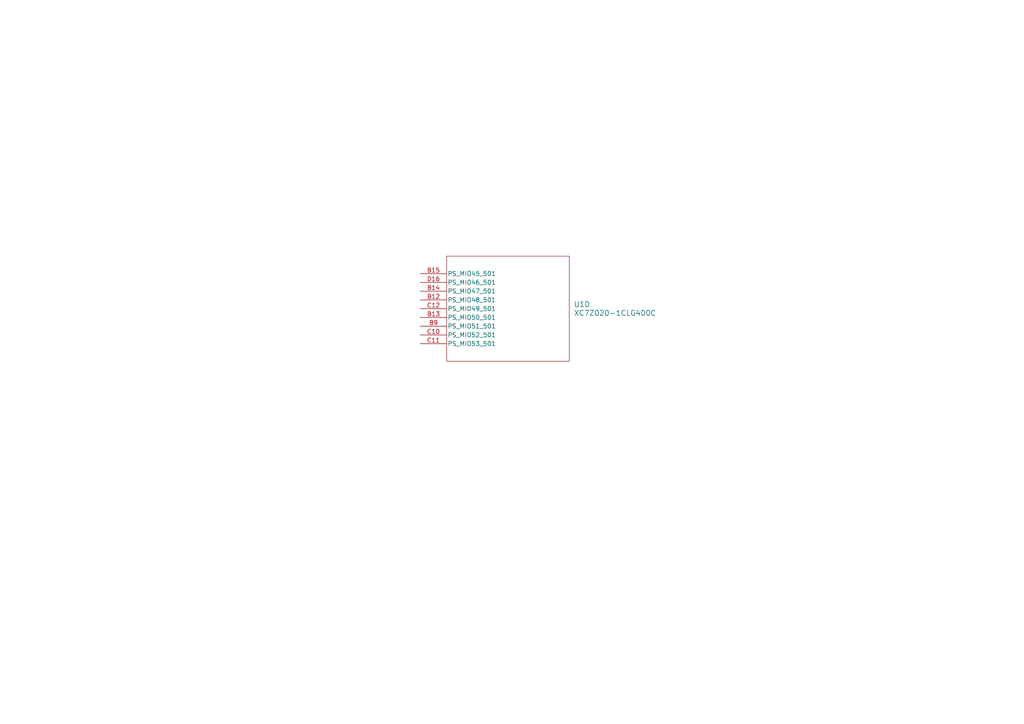
<source format=kicad_sch>
(kicad_sch (version 20231120) (generator "eeschema") (generator_version "8.0")
  (paper "A4")
  (lib_symbols
    (symbol "ZYNC-7020/XC7Z020-1CLG400C:XC7Z020-1CLG400C" (pin_names (offset 0.254))
      (property "Reference" "U" (at 43.18 10.16 0))
      (property "Value" "XC7Z020-1CLG400C" (at 43.18 7.62 0))
      (symbol "XC7Z020-1CLG400C_1_1"
        (polyline (pts (xy 7.62 -91.44) (xy 78.74 -91.44)) (stroke (width 0.127)))
        (polyline (pts (xy 7.62 5.08) (xy 7.62 -91.44)) (stroke (width 0.127)))
        (polyline (pts (xy 78.74 -91.44) (xy 78.74 5.08)) (stroke (width 0.127)))
        (polyline (pts (xy 78.74 5.08) (xy 7.62 5.08)) (stroke (width 0.127)))
        (pin output line (at 86.36 -58.42 180) (length 7.62) (name "PS_DDR_DM0_502") (number "A1"))
        (pin input line (at 0 -12.7 0) (length 7.62) (name "PS_SRST_B_501") (number "B10"))
        (pin output line (at 86.36 -68.58 180) (length 7.62) (name "PS_DDR_DRST_B_502") (number "B4"))
        (pin input line (at 0 -10.16 0) (length 7.62) (name "PS_POR_B_500") (number "C7"))
        (pin output line (at 86.36 -33.02 180) (length 7.62) (name "PS_DDR_A13_502") (number "D4"))
        (pin output line (at 86.36 -30.48 180) (length 7.62) (name "PS_DDR_A12_502") (number "E4"))
        (pin input line (at 0 -7.62 0) (length 7.62) (name "PS_CLK_500") (number "E7"))
        (pin output line (at 86.36 -60.96 180) (length 7.62) (name "PS_DDR_DM1_502") (number "F1"))
        (pin output line (at 86.36 -35.56 180) (length 7.62) (name "PS_DDR_A14_502") (number "F4"))
        (pin output line (at 86.36 -25.4 180) (length 7.62) (name "PS_DDR_A10_502") (number "F5"))
        (pin output line (at 86.36 -86.36 180) (length 7.62) (name "TDO_0") (number "F6"))
        (pin input line (at 0 -15.24 0) (length 7.62) (name "TCK_0") (number "F9"))
        (pin bidirectional line (at 0 -43.18 0) (length 7.62) (name "IO_0_35") (number "G14"))
        (pin output line (at 86.36 -27.94 180) (length 7.62) (name "PS_DDR_A11_502") (number "G4"))
        (pin output line (at 86.36 -76.2 180) (length 7.62) (name "PS_DDR_VRN_502") (number "G5"))
        (pin input line (at 0 -17.78 0) (length 7.62) (name "TDI_0") (number "G6"))
        (pin output line (at 86.36 -78.74 180) (length 7.62) (name "PS_DDR_VRP_502") (number "H5"))
        (pin bidirectional line (at 0 -50.8 0) (length 7.62) (name "IO_25_35") (number "J15"))
        (pin output line (at 86.36 -22.86 180) (length 7.62) (name "PS_DDR_A9_502") (number "J4"))
        (pin output line (at 86.36 -43.18 180) (length 7.62) (name "PS_DDR_BA2_502") (number "J5"))
        (pin input line (at 0 -20.32 0) (length 7.62) (name "TMS_0") (number "J6"))
        (pin output line (at 86.36 -20.32 180) (length 7.62) (name "PS_DDR_A8_502") (number "K1"))
        (pin output line (at 86.36 -2.54 180) (length 7.62) (name "PS_DDR_A1_502") (number "K2"))
        (pin output line (at 86.36 -7.62 180) (length 7.62) (name "PS_DDR_A3_502") (number "K3"))
        (pin output line (at 86.36 -17.78 180) (length 7.62) (name "PS_DDR_A7_502") (number "K4"))
        (pin input line (at 0 -25.4 0) (length 7.62) (name "VP_0") (number "K9"))
        (pin output line (at 86.36 -12.7 180) (length 7.62) (name "PS_DDR_A5_502") (number "L1"))
        (pin input line (at 0 -22.86 0) (length 7.62) (name "VN_0") (number "L10"))
        (pin output line (at 86.36 -53.34 180) (length 7.62) (name "PS_DDR_CKP_502") (number "L2"))
        (pin output line (at 86.36 -15.24 180) (length 7.62) (name "PS_DDR_A6_502") (number "L4"))
        (pin output line (at 86.36 -38.1 180) (length 7.62) (name "PS_DDR_BA0_502") (number "L5"))
        (pin input line (at 0 -5.08 0) (length 7.62) (name "PROGRAM_B_0") (number "L6"))
        (pin unspecified line (at 0 -33.02 0) (length 7.62) (name "DXN_0") (number "M10"))
        (pin output line (at 86.36 -50.8 180) (length 7.62) (name "PS_DDR_CKN_502") (number "M2"))
        (pin output line (at 86.36 -5.08 180) (length 7.62) (name "PS_DDR_A2_502") (number "M3"))
        (pin output line (at 86.36 -10.16 180) (length 7.62) (name "PS_DDR_A4_502") (number "M4"))
        (pin output line (at 86.36 -81.28 180) (length 7.62) (name "PS_DDR_WE_B_502") (number "M5"))
        (pin input line (at 0 0 0) (length 7.62) (name "CFGBVS_0") (number "M6"))
        (pin unspecified line (at 0 -35.56 0) (length 7.62) (name "DXP_0") (number "M9"))
        (pin output line (at 86.36 -55.88 180) (length 7.62) (name "PS_DDR_CS_B_502") (number "N1"))
        (pin output line (at 86.36 0 180) (length 7.62) (name "PS_DDR_A0_502") (number "N2"))
        (pin output line (at 86.36 -48.26 180) (length 7.62) (name "PS_DDR_CKE_502") (number "N3"))
        (pin output line (at 86.36 -71.12 180) (length 7.62) (name "PS_DDR_ODT_502") (number "N5"))
        (pin output line (at 86.36 -73.66 180) (length 7.62) (name "PS_DDR_RAS_B_502") (number "P4"))
        (pin output line (at 86.36 -45.72 180) (length 7.62) (name "PS_DDR_CAS_B_502") (number "P5"))
        (pin bidirectional line (at 0 -2.54 0) (length 7.62) (name "INIT_B_0") (number "R10"))
        (pin bidirectional line (at 0 -30.48 0) (length 7.62) (name "DONE_0") (number "R11"))
        (pin bidirectional line (at 0 -40.64 0) (length 7.62) (name "IO_0_34") (number "R19"))
        (pin output line (at 86.36 -40.64 180) (length 7.62) (name "PS_DDR_BA1_502") (number "R4"))
        (pin output line (at 86.36 -63.5 180) (length 7.62) (name "PS_DDR_DM2_502") (number "T1"))
        (pin bidirectional line (at 0 -48.26 0) (length 7.62) (name "IO_25_34") (number "T19"))
        (pin output line (at 86.36 -66.04 180) (length 7.62) (name "PS_DDR_DM3_502") (number "Y1"))
      )
      (symbol "XC7Z020-1CLG400C_2_1"
        (polyline (pts (xy 7.62 -129.54) (xy 114.3 -129.54)) (stroke (width 0.127)))
        (polyline (pts (xy 7.62 5.08) (xy 7.62 -129.54)) (stroke (width 0.127)))
        (polyline (pts (xy 114.3 -129.54) (xy 114.3 5.08)) (stroke (width 0.127)))
        (polyline (pts (xy 114.3 5.08) (xy 7.62 5.08)) (stroke (width 0.127)))
        (pin bidirectional line (at 121.92 -5.08 180) (length 7.62) (name "IO_L2N_T0_AD8N_35") (number "A20"))
        (pin bidirectional line (at 121.92 -7.62 180) (length 7.62) (name "IO_L2P_T0_AD8P_35") (number "B19"))
        (pin bidirectional line (at 121.92 0 180) (length 7.62) (name "IO_L1N_T0_AD0N_35") (number "B20"))
        (pin bidirectional line (at 121.92 -2.54 180) (length 7.62) (name "IO_L1P_T0_AD0P_35") (number "C20"))
        (pin bidirectional line (at 121.92 -10.16 180) (length 7.62) (name "IO_L3N_T0_DQS_AD1N_35") (number "D18"))
        (pin bidirectional line (at 0 -22.86 0) (length 7.62) (name "IO_L4P_T0_35") (number "D19"))
        (pin bidirectional line (at 0 -17.78 0) (length 7.62) (name "IO_L4N_T0_35") (number "D20"))
        (pin bidirectional line (at 121.92 -12.7 180) (length 7.62) (name "IO_L3P_T0_DQS_AD1P_35") (number "E17"))
        (pin bidirectional line (at 121.92 -17.78 180) (length 7.62) (name "IO_L5P_T0_AD9P_35") (number "E18"))
        (pin bidirectional line (at 121.92 -15.24 180) (length 7.62) (name "IO_L5N_T0_AD9N_35") (number "E19"))
        (pin bidirectional line (at 0 -33.02 0) (length 7.62) (name "IO_L6P_T0_35") (number "F16"))
        (pin bidirectional line (at 121.92 -48.26 180) (length 7.62) (name "IO_L15P_T2_DQS_AD12P_35") (number "F19"))
        (pin bidirectional line (at 121.92 -45.72 180) (length 7.62) (name "IO_L15N_T2_DQS_AD12N_35") (number "F20"))
        (pin bidirectional line (at 121.92 -88.9 180) (length 7.62) (name "IO_L16P_T2_35") (number "G17"))
        (pin bidirectional line (at 121.92 -81.28 180) (length 7.62) (name "IO_L16N_T2_35") (number "G18"))
        (pin bidirectional line (at 121.92 -58.42 180) (length 7.62) (name "IO_L18P_T2_AD13P_35") (number "G19"))
        (pin bidirectional line (at 121.92 -55.88 180) (length 7.62) (name "IO_L18N_T2_AD13N_35") (number "G20"))
        (pin bidirectional line (at 121.92 -116.84 180) (length 7.62) (name "IO_L19P_T3_35") (number "H15"))
        (pin bidirectional line (at 0 -99.06 0) (length 7.62) (name "IO_L13P_T2_MRCC_35") (number "H16"))
        (pin bidirectional line (at 0 -91.44 0) (length 7.62) (name "IO_L13N_T2_MRCC_35") (number "H17"))
        (pin bidirectional line (at 121.92 -40.64 180) (length 7.62) (name "IO_L14N_T2_AD4N_SRCC_35") (number "H18"))
        (pin bidirectional line (at 121.92 -50.8 180) (length 7.62) (name "IO_L17N_T2_AD5N_35") (number "H20"))
        (pin bidirectional line (at 121.92 -60.96 180) (length 7.62) (name "IO_L20N_T3_AD6N_35") (number "J14"))
        (pin bidirectional line (at 121.92 -76.2 180) (length 7.62) (name "IO_L24N_T3_AD15N_35") (number "J16"))
        (pin bidirectional line (at 121.92 -43.18 180) (length 7.62) (name "IO_L14P_T2_AD4P_SRCC_35") (number "J18"))
        (pin bidirectional line (at 121.92 -35.56 180) (length 7.62) (name "IO_L10N_T1_AD11N_35") (number "J19"))
        (pin bidirectional line (at 121.92 -53.34 180) (length 7.62) (name "IO_L17P_T2_AD5P_35") (number "J20"))
        (pin bidirectional line (at 121.92 -63.5 180) (length 7.62) (name "IO_L20P_T3_AD6P_35") (number "K14"))
        (pin bidirectional line (at 121.92 -78.74 180) (length 7.62) (name "IO_L24P_T3_AD15P_35") (number "K16"))
        (pin bidirectional line (at 0 -83.82 0) (length 7.62) (name "IO_L12P_T1_MRCC_35") (number "K17"))
        (pin bidirectional line (at 0 -76.2 0) (length 7.62) (name "IO_L12N_T1_MRCC_35") (number "K18"))
        (pin bidirectional line (at 121.92 -38.1 180) (length 7.62) (name "IO_L10P_T1_AD11P_35") (number "K19"))
        (pin bidirectional line (at 121.92 -73.66 180) (length 7.62) (name "IO_L22P_T3_AD7P_35") (number "L14"))
        (pin bidirectional line (at 121.92 -71.12 180) (length 7.62) (name "IO_L22N_T3_AD7N_35") (number "L15"))
        (pin bidirectional line (at 0 -68.58 0) (length 7.62) (name "IO_L11P_T1_SRCC_35") (number "L16"))
        (pin bidirectional line (at 0 -60.96 0) (length 7.62) (name "IO_L11N_T1_SRCC_35") (number "L17"))
        (pin bidirectional line (at 121.92 -33.02 180) (length 7.62) (name "IO_L9P_T1_DQS_AD3P_35") (number "L19"))
        (pin bidirectional line (at 121.92 -30.48 180) (length 7.62) (name "IO_L9N_T1_DQS_AD3N_35") (number "L20"))
        (pin bidirectional line (at 121.92 -27.94 180) (length 7.62) (name "IO_L8P_T1_AD10P_35") (number "M17"))
        (pin bidirectional line (at 121.92 -25.4 180) (length 7.62) (name "IO_L8N_T1_AD10N_35") (number "M18"))
        (pin bidirectional line (at 121.92 -22.86 180) (length 7.62) (name "IO_L7P_T1_AD2P_35") (number "M19"))
        (pin bidirectional line (at 121.92 -20.32 180) (length 7.62) (name "IO_L7N_T1_AD2N_35") (number "M20"))
        (pin bidirectional line (at 121.92 -68.58 180) (length 7.62) (name "IO_L21P_T3_DQS_AD14P_35") (number "N15"))
        (pin bidirectional line (at 121.92 -66.04 180) (length 7.62) (name "IO_L21N_T3_DQS_AD14N_35") (number "N16"))
        (pin bidirectional line (at 0 -96.52 0) (length 7.62) (name "IO_L13P_T2_MRCC_34") (number "N18"))
        (pin bidirectional line (at 0 -109.22 0) (length 7.62) (name "IO_L14P_T2_SRCC_34") (number "N20"))
        (pin bidirectional line (at 0 -30.48 0) (length 7.62) (name "IO_L6P_T0_34") (number "P14"))
        (pin bidirectional line (at 0 -88.9 0) (length 7.62) (name "IO_L13N_T2_MRCC_34") (number "P19"))
        (pin bidirectional line (at 0 -104.14 0) (length 7.62) (name "IO_L14N_T2_SRCC_34") (number "P20"))
        (pin bidirectional line (at 121.92 -114.3 180) (length 7.62) (name "IO_L19P_T3_34") (number "R16"))
        (pin bidirectional line (at 121.92 -121.92 180) (length 7.62) (name "IO_L20N_T3_34") (number "R18"))
        (pin bidirectional line (at 0 0 0) (length 7.62) (name "IO_L1N_T0_34") (number "T10"))
        (pin bidirectional line (at 0 -2.54 0) (length 7.62) (name "IO_L1P_T0_34") (number "T11"))
        (pin bidirectional line (at 0 -7.62 0) (length 7.62) (name "IO_L2P_T0_34") (number "T12"))
        (pin bidirectional line (at 0 -27.94 0) (length 7.62) (name "IO_L5P_T0_34") (number "T14"))
        (pin bidirectional line (at 0 -25.4 0) (length 7.62) (name "IO_L5N_T0_34") (number "T15"))
        (pin bidirectional line (at 0 -48.26 0) (length 7.62) (name "IO_L9P_T1_DQS_34") (number "T16"))
        (pin bidirectional line (at 0 -119.38 0) (length 7.62) (name "IO_L15P_T2_DQS_34") (number "T20"))
        (pin bidirectional line (at 121.92 -111.76 180) (length 7.62) (name "IO_L19P_T3_13") (number "T5"))
        (pin bidirectional line (at 0 -78.74 0) (length 7.62) (name "IO_L12P_T1_MRCC_13") (number "T9"))
        (pin bidirectional line (at 0 -71.12 0) (length 7.62) (name "IO_L12N_T1_MRCC_13") (number "U10"))
        (pin bidirectional line (at 0 -5.08 0) (length 7.62) (name "IO_L2N_T0_34") (number "U12"))
        (pin bidirectional line (at 0 -12.7 0) (length 7.62) (name "IO_L3P_T0_DQS_PUDC_B_34") (number "U13"))
        (pin bidirectional line (at 0 -66.04 0) (length 7.62) (name "IO_L11P_T1_SRCC_34") (number "U14"))
        (pin bidirectional line (at 0 -58.42 0) (length 7.62) (name "IO_L11N_T1_SRCC_34") (number "U15"))
        (pin bidirectional line (at 0 -45.72 0) (length 7.62) (name "IO_L9N_T1_DQS_34") (number "U17"))
        (pin bidirectional line (at 0 -81.28 0) (length 7.62) (name "IO_L12P_T1_MRCC_34") (number "U18"))
        (pin bidirectional line (at 0 -73.66 0) (length 7.62) (name "IO_L12N_T1_MRCC_34") (number "U19"))
        (pin bidirectional line (at 0 -114.3 0) (length 7.62) (name "IO_L15N_T2_DQS_34") (number "U20"))
        (pin bidirectional line (at 0 -63.5 0) (length 7.62) (name "IO_L11P_T1_SRCC_13") (number "U7"))
        (pin bidirectional line (at 121.92 -91.44 180) (length 7.62) (name "IO_L17N_T2_13") (number "U8"))
        (pin bidirectional line (at 121.92 -96.52 180) (length 7.62) (name "IO_L17P_T2_13") (number "U9"))
        (pin bidirectional line (at 0 -20.32 0) (length 7.62) (name "IO_L4P_T0_34") (number "V12"))
        (pin bidirectional line (at 0 -10.16 0) (length 7.62) (name "IO_L3N_T0_DQS_34") (number "V13"))
        (pin bidirectional line (at 0 -53.34 0) (length 7.62) (name "IO_L10P_T1_34") (number "V15"))
        (pin bidirectional line (at 121.92 -109.22 180) (length 7.62) (name "IO_L18P_T2_34") (number "V16"))
        (pin bidirectional line (at 121.92 -86.36 180) (length 7.62) (name "IO_L16P_T2_34") (number "V20"))
        (pin bidirectional line (at 0 -55.88 0) (length 7.62) (name "IO_L11N_T1_SRCC_13") (number "V7"))
        (pin bidirectional line (at 0 -116.84 0) (length 7.62) (name "IO_L15P_T2_DQS_13") (number "V8"))
        (pin bidirectional line (at 121.92 -83.82 180) (length 7.62) (name "IO_L16P_T2_13") (number "W10"))
        (pin bidirectional line (at 121.92 -106.68 180) (length 7.62) (name "IO_L18P_T2_13") (number "W11"))
        (pin bidirectional line (at 0 -15.24 0) (length 7.62) (name "IO_L4N_T0_34") (number "W13"))
        (pin bidirectional line (at 0 -43.18 0) (length 7.62) (name "IO_L8P_T1_34") (number "W14"))
        (pin bidirectional line (at 0 -50.8 0) (length 7.62) (name "IO_L10N_T1_34") (number "W15"))
        (pin bidirectional line (at 121.92 -104.14 180) (length 7.62) (name "IO_L18N_T2_34") (number "W16"))
        (pin bidirectional line (at 0 -124.46 0) (length 7.62) (name "IO_L16N_T2_34") (number "W20"))
        (pin bidirectional line (at 0 -111.76 0) (length 7.62) (name "IO_L15N_T2_DQS_13") (number "W8"))
        (pin bidirectional line (at 0 -121.92 0) (length 7.62) (name "IO_L16N_T2_13") (number "W9"))
        (pin bidirectional line (at 121.92 -101.6 180) (length 7.62) (name "IO_L18N_T2_13") (number "Y11"))
        (pin bidirectional line (at 121.92 -124.46 180) (length 7.62) (name "IO_L20P_T3_13") (number "Y12"))
        (pin bidirectional line (at 121.92 -119.38 180) (length 7.62) (name "IO_L20N_T3_13") (number "Y13"))
        (pin bidirectional line (at 0 -40.64 0) (length 7.62) (name "IO_L8N_T1_34") (number "Y14"))
        (pin bidirectional line (at 0 -38.1 0) (length 7.62) (name "IO_L7P_T1_34") (number "Y16"))
        (pin bidirectional line (at 0 -35.56 0) (length 7.62) (name "IO_L7N_T1_34") (number "Y17"))
        (pin bidirectional line (at 121.92 -99.06 180) (length 7.62) (name "IO_L17P_T2_34") (number "Y18"))
        (pin bidirectional line (at 121.92 -93.98 180) (length 7.62) (name "IO_L17N_T2_34") (number "Y19"))
        (pin bidirectional line (at 0 -86.36 0) (length 7.62) (name "IO_L13N_T2_MRCC_13") (number "Y6"))
        (pin bidirectional line (at 0 -93.98 0) (length 7.62) (name "IO_L13P_T2_MRCC_13") (number "Y7"))
        (pin bidirectional line (at 0 -101.6 0) (length 7.62) (name "IO_L14N_T2_SRCC_13") (number "Y8"))
        (pin bidirectional line (at 0 -106.68 0) (length 7.62) (name "IO_L14P_T2_SRCC_13") (number "Y9"))
      )
      (symbol "XC7Z020-1CLG400C_3_1"
        (polyline (pts (xy 7.62 -129.54) (xy 88.9 -129.54)) (stroke (width 0.127)))
        (polyline (pts (xy 7.62 5.08) (xy 7.62 -129.54)) (stroke (width 0.127)))
        (polyline (pts (xy 88.9 -129.54) (xy 88.9 5.08)) (stroke (width 0.127)))
        (polyline (pts (xy 88.9 5.08) (xy 7.62 5.08)) (stroke (width 0.127)))
        (pin bidirectional line (at 96.52 -106.68 180) (length 7.62) (name "PS_MIO37_501") (number "A10"))
        (pin bidirectional line (at 96.52 -104.14 180) (length 7.62) (name "PS_MIO36_501") (number "A11"))
        (pin bidirectional line (at 96.52 -99.06 180) (length 7.62) (name "PS_MIO34_501") (number "A12"))
        (pin bidirectional line (at 96.52 -93.98 180) (length 7.62) (name "PS_MIO32_501") (number "A14"))
        (pin bidirectional line (at 96.52 -78.74 180) (length 7.62) (name "PS_MIO26_501") (number "A15"))
        (pin bidirectional line (at 96.52 -73.66 180) (length 7.62) (name "PS_MIO24_501") (number "A16"))
        (pin bidirectional line (at 96.52 -63.5 180) (length 7.62) (name "PS_MIO20_501") (number "A17"))
        (pin bidirectional line (at 96.52 -53.34 180) (length 7.62) (name "PS_MIO16_501") (number "A19"))
        (pin bidirectional line (at 0 -43.18 0) (length 7.62) (name "PS_DDR_DQ2_502") (number "A2"))
        (pin bidirectional line (at 0 -45.72 0) (length 7.62) (name "PS_DDR_DQ3_502") (number "A4"))
        (pin bidirectional line (at 96.52 -27.94 180) (length 7.62) (name "PS_MIO6_500") (number "A5"))
        (pin bidirectional line (at 96.52 -25.4 180) (length 7.62) (name "PS_MIO5_500") (number "A6"))
        (pin bidirectional line (at 96.52 -15.24 180) (length 7.62) (name "PS_MIO1_500") (number "A7"))
        (pin bidirectional line (at 96.52 -121.92 180) (length 7.62) (name "PS_MIO43_501") (number "A9"))
        (pin bidirectional line (at 96.52 -68.58 180) (length 7.62) (name "PS_MIO22_501") (number "B17"))
        (pin bidirectional line (at 96.52 -58.42 180) (length 7.62) (name "PS_MIO18_501") (number "B18"))
        (pin bidirectional line (at 0 -119.38 0) (length 7.62) (name "PS_DDR_DQS_N0_502") (number "B2"))
        (pin bidirectional line (at 0 -40.64 0) (length 7.62) (name "PS_DDR_DQ1_502") (number "B3"))
        (pin bidirectional line (at 96.52 -35.56 180) (length 7.62) (name "PS_MIO9_500") (number "B5"))
        (pin bidirectional line (at 96.52 -22.86 180) (length 7.62) (name "PS_MIO4_500") (number "B7"))
        (pin bidirectional line (at 96.52 -17.78 180) (length 7.62) (name "PS_MIO2_500") (number "B8"))
        (pin bidirectional line (at 0 -53.34 0) (length 7.62) (name "PS_DDR_DQ6_502") (number "C1"))
        (pin bidirectional line (at 96.52 -86.36 180) (length 7.62) (name "PS_MIO29_501") (number "C13"))
        (pin bidirectional line (at 96.52 -88.9 180) (length 7.62) (name "PS_MIO30_501") (number "C15"))
        (pin bidirectional line (at 96.52 -83.82 180) (length 7.62) (name "PS_MIO28_501") (number "C16"))
        (pin bidirectional line (at 96.52 -116.84 180) (length 7.62) (name "PS_MIO41_501") (number "C17"))
        (pin bidirectional line (at 96.52 -111.76 180) (length 7.62) (name "PS_MIO39_501") (number "C18"))
        (pin bidirectional line (at 96.52 -2.54 180) (length 7.62) (name "PS_DDR_DQS_P0_502") (number "C2"))
        (pin bidirectional line (at 0 -38.1 0) (length 7.62) (name "PS_DDR_DQ0_502") (number "C3"))
        (pin bidirectional line (at 96.52 -48.26 180) (length 7.62) (name "PS_MIO14_500") (number "C5"))
        (pin bidirectional line (at 96.52 -40.64 180) (length 7.62) (name "PS_MIO11_500") (number "C6"))
        (pin bidirectional line (at 96.52 -50.8 180) (length 7.62) (name "PS_MIO15_500") (number "C8"))
        (pin bidirectional line (at 0 -50.8 0) (length 7.62) (name "PS_DDR_DQ5_502") (number "D1"))
        (pin bidirectional line (at 96.52 -60.96 180) (length 7.62) (name "PS_MIO19_501") (number "D10"))
        (pin bidirectional line (at 96.52 -71.12 180) (length 7.62) (name "PS_MIO23_501") (number "D11"))
        (pin bidirectional line (at 96.52 -81.28 180) (length 7.62) (name "PS_MIO27_501") (number "D13"))
        (pin bidirectional line (at 96.52 -114.3 180) (length 7.62) (name "PS_MIO40_501") (number "D14"))
        (pin bidirectional line (at 96.52 -96.52 180) (length 7.62) (name "PS_MIO33_501") (number "D15"))
        (pin bidirectional line (at 0 -48.26 0) (length 7.62) (name "PS_DDR_DQ4_502") (number "D3"))
        (pin bidirectional line (at 96.52 -33.02 180) (length 7.62) (name "PS_MIO8_500") (number "D5"))
        (pin bidirectional line (at 96.52 -20.32 180) (length 7.62) (name "PS_MIO3_500") (number "D6"))
        (pin bidirectional line (at 96.52 -30.48 180) (length 7.62) (name "PS_MIO7_500") (number "D8"))
        (pin bidirectional line (at 96.52 -43.18 180) (length 7.62) (name "PS_MIO12_500") (number "D9"))
        (pin bidirectional line (at 0 -55.88 0) (length 7.62) (name "PS_DDR_DQ7_502") (number "E1"))
        (pin bidirectional line (at 96.52 -119.38 180) (length 7.62) (name "PS_MIO42_501") (number "E12"))
        (pin bidirectional line (at 96.52 -109.22 180) (length 7.62) (name "PS_MIO38_501") (number "E13"))
        (pin bidirectional line (at 96.52 -55.88 180) (length 7.62) (name "PS_MIO17_501") (number "E14"))
        (pin bidirectional line (at 96.52 -91.44 180) (length 7.62) (name "PS_MIO31_501") (number "E16"))
        (pin bidirectional line (at 0 -58.42 0) (length 7.62) (name "PS_DDR_DQ8_502") (number "E2"))
        (pin bidirectional line (at 0 -60.96 0) (length 7.62) (name "PS_DDR_DQ9_502") (number "E3"))
        (pin bidirectional line (at 96.52 -12.7 180) (length 7.62) (name "PS_MIO0_500") (number "E6"))
        (pin bidirectional line (at 96.52 -45.72 180) (length 7.62) (name "PS_MIO13_500") (number "E8"))
        (pin bidirectional line (at 96.52 -38.1 180) (length 7.62) (name "PS_MIO10_500") (number "E9"))
        (pin bidirectional line (at 96.52 -101.6 180) (length 7.62) (name "PS_MIO35_501") (number "F12"))
        (pin bidirectional line (at 96.52 -124.46 180) (length 7.62) (name "PS_MIO44_501") (number "F13"))
        (pin bidirectional line (at 96.52 -66.04 180) (length 7.62) (name "PS_MIO21_501") (number "F14"))
        (pin bidirectional line (at 96.52 -76.2 180) (length 7.62) (name "PS_MIO25_501") (number "F15"))
        (pin bidirectional line (at 0 -121.92 0) (length 7.62) (name "PS_DDR_DQS_N1_502") (number "F2"))
        (pin bidirectional line (at 96.52 -5.08 180) (length 7.62) (name "PS_DDR_DQS_P1_502") (number "G2"))
        (pin bidirectional line (at 0 -63.5 0) (length 7.62) (name "PS_DDR_DQ10_502") (number "G3"))
        (pin bidirectional line (at 0 -73.66 0) (length 7.62) (name "PS_DDR_DQ14_502") (number "H1"))
        (pin bidirectional line (at 0 -71.12 0) (length 7.62) (name "PS_DDR_DQ13_502") (number "H2"))
        (pin bidirectional line (at 0 -66.04 0) (length 7.62) (name "PS_DDR_DQ11_502") (number "H3"))
        (pin bidirectional line (at 0 -76.2 0) (length 7.62) (name "PS_DDR_DQ15_502") (number "J1"))
        (pin bidirectional line (at 0 -68.58 0) (length 7.62) (name "PS_DDR_DQ12_502") (number "J3"))
        (pin bidirectional line (at 0 -30.48 0) (length 7.62) (name "IO_L23P_T3_35") (number "M14"))
        (pin bidirectional line (at 0 -25.4 0) (length 7.62) (name "IO_L23N_T3_35") (number "M15"))
        (pin bidirectional line (at 0 -27.94 0) (length 7.62) (name "IO_L23P_T3_34") (number "N17"))
        (pin bidirectional line (at 0 -78.74 0) (length 7.62) (name "PS_DDR_DQ16_502") (number "P1"))
        (pin bidirectional line (at 0 -35.56 0) (length 7.62) (name "IO_L24P_T3_34") (number "P15"))
        (pin bidirectional line (at 0 -33.02 0) (length 7.62) (name "IO_L24N_T3_34") (number "P16"))
        (pin bidirectional line (at 0 -22.86 0) (length 7.62) (name "IO_L23N_T3_34") (number "P18"))
        (pin bidirectional line (at 0 -81.28 0) (length 7.62) (name "PS_DDR_DQ17_502") (number "P3"))
        (pin bidirectional line (at 0 -86.36 0) (length 7.62) (name "PS_DDR_DQ19_502") (number "R1"))
        (pin bidirectional line (at 96.52 -7.62 180) (length 7.62) (name "PS_DDR_DQS_P2_502") (number "R2"))
        (pin bidirectional line (at 0 -83.82 0) (length 7.62) (name "PS_DDR_DQ18_502") (number "R3"))
        (pin bidirectional line (at 0 0 0) (length 7.62) (name "IO_L20P_T3_34") (number "T17"))
        (pin bidirectional line (at 0 -124.46 0) (length 7.62) (name "PS_DDR_DQS_N2_502") (number "T2"))
        (pin bidirectional line (at 0 -88.9 0) (length 7.62) (name "PS_DDR_DQ20_502") (number "T4"))
        (pin bidirectional line (at 0 -93.98 0) (length 7.62) (name "PS_DDR_DQ22_502") (number "U2"))
        (pin bidirectional line (at 0 -96.52 0) (length 7.62) (name "PS_DDR_DQ23_502") (number "U3"))
        (pin bidirectional line (at 0 -91.44 0) (length 7.62) (name "PS_DDR_DQ21_502") (number "U4"))
        (pin bidirectional line (at 0 -99.06 0) (length 7.62) (name "PS_DDR_DQ24_502") (number "V1"))
        (pin bidirectional line (at 0 -2.54 0) (length 7.62) (name "IO_L21N_T3_DQS_13") (number "V10"))
        (pin bidirectional line (at 0 -7.62 0) (length 7.62) (name "IO_L21P_T3_DQS_13") (number "V11"))
        (pin bidirectional line (at 0 -10.16 0) (length 7.62) (name "IO_L21P_T3_DQS_34") (number "V17"))
        (pin bidirectional line (at 0 -5.08 0) (length 7.62) (name "IO_L21N_T3_DQS_34") (number "V18"))
        (pin bidirectional line (at 0 -114.3 0) (length 7.62) (name "PS_DDR_DQ30_502") (number "V2"))
        (pin bidirectional line (at 0 -116.84 0) (length 7.62) (name "PS_DDR_DQ31_502") (number "V3"))
        (pin bidirectional line (at 0 -17.78 0) (length 7.62) (name "IO_L22P_T3_13") (number "V6"))
        (pin bidirectional line (at 0 -104.14 0) (length 7.62) (name "PS_DDR_DQ26_502") (number "W1"))
        (pin bidirectional line (at 0 -20.32 0) (length 7.62) (name "IO_L22P_T3_34") (number "W18"))
        (pin bidirectional line (at 0 -15.24 0) (length 7.62) (name "IO_L22N_T3_34") (number "W19"))
        (pin bidirectional line (at 0 -111.76 0) (length 7.62) (name "PS_DDR_DQ29_502") (number "W3"))
        (pin bidirectional line (at 96.52 0 180) (length 7.62) (name "PS_DDR_DQS_N3_502") (number "W4"))
        (pin bidirectional line (at 96.52 -10.16 180) (length 7.62) (name "PS_DDR_DQS_P3_502") (number "W5"))
        (pin bidirectional line (at 0 -12.7 0) (length 7.62) (name "IO_L22N_T3_13") (number "W6"))
        (pin bidirectional line (at 0 -109.22 0) (length 7.62) (name "PS_DDR_DQ28_502") (number "Y2"))
        (pin bidirectional line (at 0 -101.6 0) (length 7.62) (name "PS_DDR_DQ25_502") (number "Y3"))
        (pin bidirectional line (at 0 -106.68 0) (length 7.62) (name "PS_DDR_DQ27_502") (number "Y4"))
      )
      (symbol "XC7Z020-1CLG400C_4_1"
        (polyline (pts (xy 7.62 -25.4) (xy 43.18 -25.4)) (stroke (width 0.127)))
        (polyline (pts (xy 7.62 5.08) (xy 7.62 -25.4)) (stroke (width 0.127)))
        (polyline (pts (xy 43.18 -25.4) (xy 43.18 5.08)) (stroke (width 0.127)))
        (polyline (pts (xy 43.18 5.08) (xy 7.62 5.08)) (stroke (width 0.127)))
        (pin bidirectional line (at 0 -7.62 0) (length 7.62) (name "PS_MIO48_501") (number "B12"))
        (pin bidirectional line (at 0 -12.7 0) (length 7.62) (name "PS_MIO50_501") (number "B13"))
        (pin bidirectional line (at 0 -5.08 0) (length 7.62) (name "PS_MIO47_501") (number "B14"))
        (pin bidirectional line (at 0 0 0) (length 7.62) (name "PS_MIO45_501") (number "B15"))
        (pin bidirectional line (at 0 -15.24 0) (length 7.62) (name "PS_MIO51_501") (number "B9"))
        (pin bidirectional line (at 0 -17.78 0) (length 7.62) (name "PS_MIO52_501") (number "C10"))
        (pin bidirectional line (at 0 -20.32 0) (length 7.62) (name "PS_MIO53_501") (number "C11"))
        (pin bidirectional line (at 0 -10.16 0) (length 7.62) (name "PS_MIO49_501") (number "C12"))
        (pin bidirectional line (at 0 -2.54 0) (length 7.62) (name "PS_MIO46_501") (number "D16"))
      )
      (symbol "XC7Z020-1CLG400C_5_1"
        (polyline (pts (xy 7.62 -101.6) (xy 53.34 -101.6)) (stroke (width 0.127)))
        (polyline (pts (xy 7.62 7.62) (xy 7.62 -101.6)) (stroke (width 0.127)))
        (polyline (pts (xy 53.34 -101.6) (xy 53.34 7.62)) (stroke (width 0.127)))
        (polyline (pts (xy 53.34 7.62) (xy 7.62 7.62)) (stroke (width 0.127)))
        (pin power_in line (at 0 -25.4 0) (length 7.62) (name "PS_MIO_VREF_501") (number "E11"))
        (pin power_in line (at 0 -60.96 0) (length 7.62) (name "VCCBATT_0") (number "F11"))
        (pin bidirectional line (at 0 -5.08 0) (length 7.62) (name "IO_L6N_T0_VREF_35") (number "F17"))
        (pin power_in line (at 0 -63.5 0) (length 7.62) (name "VCCBRAM") (number "G11"))
        (pin power_in line (at 0 -71.12 0) (length 7.62) (name "VCCINT") (number "G13"))
        (pin bidirectional line (at 0 -12.7 0) (length 7.62) (name "IO_L19N_T3_VREF_35") (number "G15"))
        (pin power_in line (at 0 -66.04 0) (length 7.62) (name "VCCBRAM") (number "H10"))
        (pin power_in line (at 0 -73.66 0) (length 7.62) (name "VCCINT") (number "H12"))
        (pin power_in line (at 0 -17.78 0) (length 7.62) (name "PS_DDR_VREF0_502") (number "H6"))
        (pin power_in line (at 0 -48.26 0) (length 7.62) (name "VCCAUX") (number "J11"))
        (pin power_in line (at 0 -76.2 0) (length 7.62) (name "VCCINT") (number "J13"))
        (pin power_in line (at 0 -40.64 0) (length 7.62) (name "VCCADC_0") (number "J9"))
        (pin power_in line (at 0 -78.74 0) (length 7.62) (name "VCCINT") (number "K12"))
        (pin power_in line (at 0 -96.52 0) (length 7.62) (name "VCCO_0") (number "K6"))
        (pin power_in line (at 0 -50.8 0) (length 7.62) (name "VCCAUX") (number "L11"))
        (pin power_in line (at 0 -81.28 0) (length 7.62) (name "VCCINT") (number "L13"))
        (pin power_in line (at 0 -83.82 0) (length 7.62) (name "VCCINT") (number "M12"))
        (pin power_in line (at 0 -53.34 0) (length 7.62) (name "VCCAUX") (number "N11"))
        (pin power_in line (at 0 -86.36 0) (length 7.62) (name "VCCINT") (number "N13"))
        (pin power_in line (at 0 -35.56 0) (length 7.62) (name "RSVDVCC3") (number "N6"))
        (pin power_in line (at 0 -43.18 0) (length 7.62) (name "VCCAUX") (number "N9"))
        (pin power_in line (at 0 -55.88 0) (length 7.62) (name "VCCAUX") (number "P10"))
        (pin power_in line (at 0 -88.9 0) (length 7.62) (name "VCCINT") (number "P12"))
        (pin power_in line (at 0 -20.32 0) (length 7.62) (name "PS_DDR_VREF1_502") (number "P6"))
        (pin power_in line (at 0 -91.44 0) (length 7.62) (name "VCCINT") (number "R13"))
        (pin bidirectional line (at 0 -2.54 0) (length 7.62) (name "IO_L6N_T0_VREF_34") (number "R14"))
        (pin bidirectional line (at 0 -10.16 0) (length 7.62) (name "IO_L19N_T3_VREF_34") (number "R17"))
        (pin power_in line (at 0 -33.02 0) (length 7.62) (name "RSVDVCC2") (number "R6"))
        (pin power_in line (at 0 -45.72 0) (length 7.62) (name "VCCAUX") (number "R9"))
        (pin power_in line (at 0 -30.48 0) (length 7.62) (name "RSVDVCC1") (number "T6"))
        (pin bidirectional line (at 0 -7.62 0) (length 7.62) (name "IO_L19N_T3_VREF_13") (number "U5"))
        (pin bidirectional line (at 0 0 0) (length 7.62) (name "IO_L6N_T0_VREF_13") (number "V5"))
      )
      (symbol "XC7Z020-1CLG400C_6_1"
        (polyline (pts (xy 7.62 -132.08) (xy 43.18 -132.08)) (stroke (width 0.127)))
        (polyline (pts (xy 7.62 5.08) (xy 7.62 -132.08)) (stroke (width 0.127)))
        (polyline (pts (xy 43.18 -132.08) (xy 43.18 5.08)) (stroke (width 0.127)))
        (polyline (pts (xy 43.18 5.08) (xy 7.62 5.08)) (stroke (width 0.127)))
        (pin power_in line (at 0 -71.12 0) (length 7.62) (name "VCCO_MIO1_501") (number "A13"))
        (pin power_in line (at 0 -40.64 0) (length 7.62) (name "VCCO_DDR_502") (number "A3"))
        (pin power_out line (at 0 -124.46 0) (length 7.62) (name "GND") (number "A8"))
        (pin power_out line (at 0 -127 0) (length 7.62) (name "GND") (number "B1"))
        (pin power_in line (at 0 -73.66 0) (length 7.62) (name "VCCO_MIO1_501") (number "B16"))
        (pin power_in line (at 0 -66.04 0) (length 7.62) (name "VCCO_MIO0_500") (number "B6"))
        (pin power_in line (at 0 -25.4 0) (length 7.62) (name "VCCO_35") (number "C19"))
        (pin power_in line (at 0 -76.2 0) (length 7.62) (name "VCCO_MIO1_501") (number "D12"))
        (pin power_in line (at 0 -43.18 0) (length 7.62) (name "VCCO_DDR_502") (number "D2"))
        (pin power_in line (at 0 -68.58 0) (length 7.62) (name "VCCO_MIO0_500") (number "D7"))
        (pin power_in line (at 0 -78.74 0) (length 7.62) (name "VCCO_MIO1_501") (number "E15"))
        (pin power_in line (at 0 -45.72 0) (length 7.62) (name "VCCO_DDR_502") (number "E5"))
        (pin power_in line (at 0 -27.94 0) (length 7.62) (name "VCCO_35") (number "F18"))
        (pin power_in line (at 0 -83.82 0) (length 7.62) (name "VCCPAUX") (number "F8"))
        (pin power_in line (at 0 -48.26 0) (length 7.62) (name "VCCO_DDR_502") (number "G1"))
        (pin power_in line (at 0 -96.52 0) (length 7.62) (name "VCCPINT") (number "G7"))
        (pin power_in line (at 0 -111.76 0) (length 7.62) (name "VCCPLL") (number "G8"))
        (pin power_in line (at 0 -86.36 0) (length 7.62) (name "VCCPAUX") (number "G9"))
        (pin power_in line (at 0 -30.48 0) (length 7.62) (name "VCCO_35") (number "H14"))
        (pin power_in line (at 0 -50.8 0) (length 7.62) (name "VCCO_DDR_502") (number "H4"))
        (pin power_in line (at 0 -88.9 0) (length 7.62) (name "VCCPAUX") (number "H8"))
        (pin power_in line (at 0 -33.02 0) (length 7.62) (name "VCCO_35") (number "J17"))
        (pin power_in line (at 0 -99.06 0) (length 7.62) (name "VCCPINT") (number "J7"))
        (pin power_in line (at 0 -116.84 0) (length 7.62) (name "VREFN_0") (number "K10"))
        (pin power_in line (at 0 -35.56 0) (length 7.62) (name "VCCO_35") (number "K20"))
        (pin power_in line (at 0 -91.44 0) (length 7.62) (name "VCCPAUX") (number "K8"))
        (pin power_in line (at 0 -53.34 0) (length 7.62) (name "VCCO_DDR_502") (number "L3"))
        (pin power_in line (at 0 -101.6 0) (length 7.62) (name "VCCPINT") (number "L7"))
        (pin power_in line (at 0 -119.38 0) (length 7.62) (name "VREFP_0") (number "L9"))
        (pin power_in line (at 0 -38.1 0) (length 7.62) (name "VCCO_35") (number "M16"))
        (pin power_in line (at 0 -93.98 0) (length 7.62) (name "VCCPAUX") (number "M8"))
        (pin power_in line (at 0 -10.16 0) (length 7.62) (name "VCCO_34") (number "N19"))
        (pin power_in line (at 0 -104.14 0) (length 7.62) (name "VCCPINT") (number "N7"))
        (pin power_in line (at 0 -55.88 0) (length 7.62) (name "VCCO_DDR_502") (number "P2"))
        (pin power_in line (at 0 -106.68 0) (length 7.62) (name "VCCPINT") (number "P8"))
        (pin power_in line (at 0 -12.7 0) (length 7.62) (name "VCCO_34") (number "R15"))
        (pin power_in line (at 0 -58.42 0) (length 7.62) (name "VCCO_DDR_502") (number "R5"))
        (pin power_in line (at 0 -109.22 0) (length 7.62) (name "VCCPINT") (number "R7"))
        (pin power_in line (at 0 -15.24 0) (length 7.62) (name "VCCO_34") (number "T18"))
        (pin power_in line (at 0 0 0) (length 7.62) (name "VCCO_13") (number "T8"))
        (pin power_in line (at 0 -60.96 0) (length 7.62) (name "VCCO_DDR_502") (number "U1"))
        (pin power_in line (at 0 -5.08 0) (length 7.62) (name "VCCO_13") (number "U11"))
        (pin power_in line (at 0 -17.78 0) (length 7.62) (name "VCCO_34") (number "V14"))
        (pin power_in line (at 0 -63.5 0) (length 7.62) (name "VCCO_DDR_502") (number "V4"))
        (pin power_in line (at 0 -20.32 0) (length 7.62) (name "VCCO_34") (number "W17"))
        (pin power_in line (at 0 -2.54 0) (length 7.62) (name "VCCO_13") (number "W7"))
        (pin power_in line (at 0 -7.62 0) (length 7.62) (name "VCCO_13") (number "Y10"))
        (pin power_in line (at 0 -22.86 0) (length 7.62) (name "VCCO_34") (number "Y20"))
      )
      (symbol "XC7Z020-1CLG400C_7_1"
        (polyline (pts (xy 7.62 -132.08) (xy 33.02 -132.08)) (stroke (width 0.127)))
        (polyline (pts (xy 7.62 5.08) (xy 7.62 -132.08)) (stroke (width 0.127)))
        (polyline (pts (xy 33.02 -132.08) (xy 33.02 5.08)) (stroke (width 0.127)))
        (polyline (pts (xy 33.02 5.08) (xy 7.62 5.08)) (stroke (width 0.127)))
        (pin power_out line (at 0 -60.96 0) (length 7.62) (name "GND") (number "A18"))
        (pin power_out line (at 0 -63.5 0) (length 7.62) (name "GND") (number "B11"))
        (pin power_out line (at 0 -66.04 0) (length 7.62) (name "GND") (number "C14"))
        (pin power_out line (at 0 0 0) (length 7.62) (name "GND") (number "C4"))
        (pin power_out line (at 0 -2.54 0) (length 7.62) (name "GND") (number "C9"))
        (pin power_out line (at 0 -68.58 0) (length 7.62) (name "GND") (number "D17"))
        (pin power_out line (at 0 -71.12 0) (length 7.62) (name "GND") (number "E10"))
        (pin power_out line (at 0 -73.66 0) (length 7.62) (name "GND") (number "E20"))
        (pin power_out line (at 0 -5.08 0) (length 7.62) (name "GND") (number "F3"))
        (pin power_out line (at 0 -7.62 0) (length 7.62) (name "GND") (number "F7"))
        (pin power_out line (at 0 -76.2 0) (length 7.62) (name "GND") (number "G10"))
        (pin power_out line (at 0 -78.74 0) (length 7.62) (name "GND") (number "G12"))
        (pin power_out line (at 0 -81.28 0) (length 7.62) (name "GND") (number "G16"))
        (pin power_out line (at 0 -83.82 0) (length 7.62) (name "GND") (number "H11"))
        (pin power_out line (at 0 -86.36 0) (length 7.62) (name "GND") (number "H13"))
        (pin power_out line (at 0 -88.9 0) (length 7.62) (name "GND") (number "H19"))
        (pin power_out line (at 0 -10.16 0) (length 7.62) (name "GND") (number "H7"))
        (pin power_out line (at 0 -12.7 0) (length 7.62) (name "GND") (number "H9"))
        (pin power_out line (at 0 -91.44 0) (length 7.62) (name "GND") (number "J12"))
        (pin power_out line (at 0 -15.24 0) (length 7.62) (name "GND") (number "J2"))
        (pin power_out line (at 0 -17.78 0) (length 7.62) (name "GND") (number "J8"))
        (pin power_out line (at 0 -93.98 0) (length 7.62) (name "GND") (number "K11"))
        (pin power_out line (at 0 -96.52 0) (length 7.62) (name "GND") (number "K13"))
        (pin power_out line (at 0 -99.06 0) (length 7.62) (name "GND") (number "K15"))
        (pin power_out line (at 0 -20.32 0) (length 7.62) (name "GND") (number "K5"))
        (pin power_out line (at 0 -22.86 0) (length 7.62) (name "GND") (number "K7"))
        (pin power_out line (at 0 -101.6 0) (length 7.62) (name "GND") (number "L12"))
        (pin power_out line (at 0 -104.14 0) (length 7.62) (name "GND") (number "L18"))
        (pin power_out line (at 0 -25.4 0) (length 7.62) (name "GND") (number "L8"))
        (pin power_out line (at 0 -27.94 0) (length 7.62) (name "GND") (number "M1"))
        (pin power_out line (at 0 -106.68 0) (length 7.62) (name "GND") (number "M11"))
        (pin power_out line (at 0 -109.22 0) (length 7.62) (name "GND") (number "M13"))
        (pin power_out line (at 0 -30.48 0) (length 7.62) (name "GND") (number "M7"))
        (pin power_out line (at 0 -111.76 0) (length 7.62) (name "GND") (number "N10"))
        (pin power_out line (at 0 -114.3 0) (length 7.62) (name "GND") (number "N12"))
        (pin power_out line (at 0 -116.84 0) (length 7.62) (name "GND") (number "N14"))
        (pin power_out line (at 0 -33.02 0) (length 7.62) (name "GND") (number "N4"))
        (pin power_out line (at 0 -35.56 0) (length 7.62) (name "GND") (number "N8"))
        (pin power_out line (at 0 -119.38 0) (length 7.62) (name "GND") (number "P11"))
        (pin power_out line (at 0 -121.92 0) (length 7.62) (name "GND") (number "P13"))
        (pin power_out line (at 0 -124.46 0) (length 7.62) (name "GND") (number "P17"))
        (pin power_out line (at 0 -38.1 0) (length 7.62) (name "GND") (number "P7"))
        (pin power_out line (at 0 -40.64 0) (length 7.62) (name "GND") (number "P9"))
        (pin power_out line (at 0 -127 0) (length 7.62) (name "GND") (number "R12"))
        (pin power_out line (at 0 -43.18 0) (length 7.62) (name "GND") (number "R8"))
        (pin power_out line (at 0 -45.72 0) (length 7.62) (name "GND") (number "T3"))
        (pin power_out line (at 0 -48.26 0) (length 7.62) (name "GND") (number "T7"))
        (pin power_out line (at 0 -50.8 0) (length 7.62) (name "GND") (number "U6"))
        (pin power_out line (at 0 -53.34 0) (length 7.62) (name "GND") (number "V9"))
        (pin power_out line (at 0 -55.88 0) (length 7.62) (name "GND") (number "W2"))
        (pin power_out line (at 0 -58.42 0) (length 7.62) (name "GND") (number "Y5"))
      )
      (symbol "XC7Z020-1CLG400C_8_1"
        (polyline (pts (xy 7.62 -25.4) (xy 33.02 -25.4)) (stroke (width 0.127)))
        (polyline (pts (xy 7.62 5.08) (xy 7.62 -25.4)) (stroke (width 0.127)))
        (polyline (pts (xy 33.02 -25.4) (xy 33.02 5.08)) (stroke (width 0.127)))
        (polyline (pts (xy 33.02 5.08) (xy 7.62 5.08)) (stroke (width 0.127)))
        (pin power_out line (at 0 -20.32 0) (length 7.62) (name "RSVDGND") (number "F10"))
        (pin power_out line (at 0 -15.24 0) (length 7.62) (name "GNDADC_0") (number "J10"))
        (pin power_out line (at 0 0 0) (length 7.62) (name "GND") (number "R20"))
        (pin power_out line (at 0 -2.54 0) (length 7.62) (name "GND") (number "T13"))
        (pin power_out line (at 0 -5.08 0) (length 7.62) (name "GND") (number "U16"))
        (pin power_out line (at 0 -7.62 0) (length 7.62) (name "GND") (number "V19"))
        (pin power_out line (at 0 -10.16 0) (length 7.62) (name "GND") (number "W12"))
        (pin power_out line (at 0 -12.7 0) (length 7.62) (name "GND") (number "Y15"))
      )
    )
  )
  (symbol (lib_id "ZYNC-7020/XC7Z020-1CLG400C:XC7Z020-1CLG400C") (at 121.92 79.375 0) (unit 4)
    (property "Reference" "U1" (at 166.37 88.2649 0) (effects (font (size 1.524 1.524)) (justify left)))
    (property "Value" "XC7Z020-1CLG400C" (at 166.37 90.8049 0) (effects (font (size 1.524 1.524)) (justify left)))
    (property "Footprint" "ul_XC7Z020-1CLG400C:CLG400_ZYNQ-7000_XIL-L" (effects (hide yes)))
    (property "Datasheet" "XC7Z020-1CLG400C" (effects (hide yes)))
  )
)
</source>
